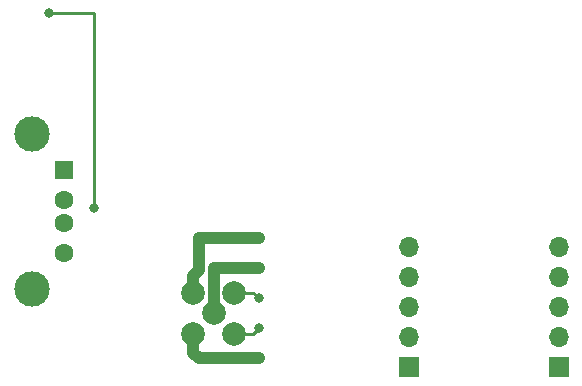
<source format=gbr>
G04 #@! TF.GenerationSoftware,KiCad,Pcbnew,5.1.4-5.1.4*
G04 #@! TF.CreationDate,2019-09-28T18:39:02+02:00*
G04 #@! TF.ProjectId,Multiboard,4d756c74-6962-46f6-9172-642e6b696361,rev?*
G04 #@! TF.SameCoordinates,Original*
G04 #@! TF.FileFunction,Copper,L2,Bot*
G04 #@! TF.FilePolarity,Positive*
%FSLAX46Y46*%
G04 Gerber Fmt 4.6, Leading zero omitted, Abs format (unit mm)*
G04 Created by KiCad (PCBNEW 5.1.4-5.1.4) date 2019-09-28 18:39:02*
%MOMM*%
%LPD*%
G04 APERTURE LIST*
%ADD10O,1.700000X1.700000*%
%ADD11R,1.700000X1.700000*%
%ADD12C,3.000000*%
%ADD13R,1.600000X1.600000*%
%ADD14C,1.600000*%
%ADD15C,2.000000*%
%ADD16C,1.000000*%
%ADD17C,0.800000*%
%ADD18C,1.000000*%
%ADD19C,0.250000*%
G04 APERTURE END LIST*
D10*
X149860000Y-104854999D03*
X149860000Y-107394999D03*
X149860000Y-109934999D03*
X149860000Y-112474999D03*
D11*
X149860000Y-115014999D03*
X162560000Y-115014999D03*
D10*
X162560000Y-112474999D03*
X162560000Y-109934999D03*
X162560000Y-107394999D03*
X162560000Y-104854999D03*
D12*
X117940000Y-108440000D03*
X117940000Y-95300000D03*
D13*
X120650000Y-98370000D03*
D14*
X120650000Y-100870000D03*
X120650000Y-102870000D03*
X120650000Y-105370000D03*
D15*
X135100000Y-112240000D03*
X135100000Y-108740000D03*
X133350000Y-110490000D03*
X131600000Y-112240000D03*
X131600000Y-108740000D03*
D16*
X137160000Y-104140000D03*
X137160000Y-106680000D03*
D17*
X137160000Y-109220000D03*
X137160000Y-111760000D03*
D16*
X137160000Y-114300000D03*
D17*
X119380000Y-85090000D03*
X123190000Y-101600000D03*
D18*
X131600000Y-107325787D02*
X132080000Y-106845787D01*
X131600000Y-108740000D02*
X131600000Y-107325787D01*
X132080000Y-106845787D02*
X132080000Y-104140000D01*
X132080000Y-104140000D02*
X137160000Y-104140000D01*
D19*
X137160000Y-104140000D02*
X137160000Y-104140000D01*
D18*
X133350000Y-110490000D02*
X133350000Y-106680000D01*
X133350000Y-106680000D02*
X137160000Y-106680000D01*
D19*
X137160000Y-106680000D02*
X137160000Y-106680000D01*
X135100000Y-108740000D02*
X136680000Y-108740000D01*
X136680000Y-108740000D02*
X137160000Y-109220000D01*
X137160000Y-109220000D02*
X137160000Y-109220000D01*
X135100000Y-112240000D02*
X136680000Y-112240000D01*
X136680000Y-112240000D02*
X137160000Y-111760000D01*
X137160000Y-111760000D02*
X137160000Y-111760000D01*
D18*
X131600000Y-112240000D02*
X131600000Y-113820000D01*
X131600000Y-113820000D02*
X132080000Y-114300000D01*
X132080000Y-114300000D02*
X137160000Y-114300000D01*
X137160000Y-114300000D02*
X137160000Y-114300000D01*
D19*
X119380000Y-85090000D02*
X123190000Y-85090000D01*
X123190000Y-85090000D02*
X123190000Y-101600000D01*
X123190000Y-101600000D02*
X123190000Y-101600000D01*
M02*

</source>
